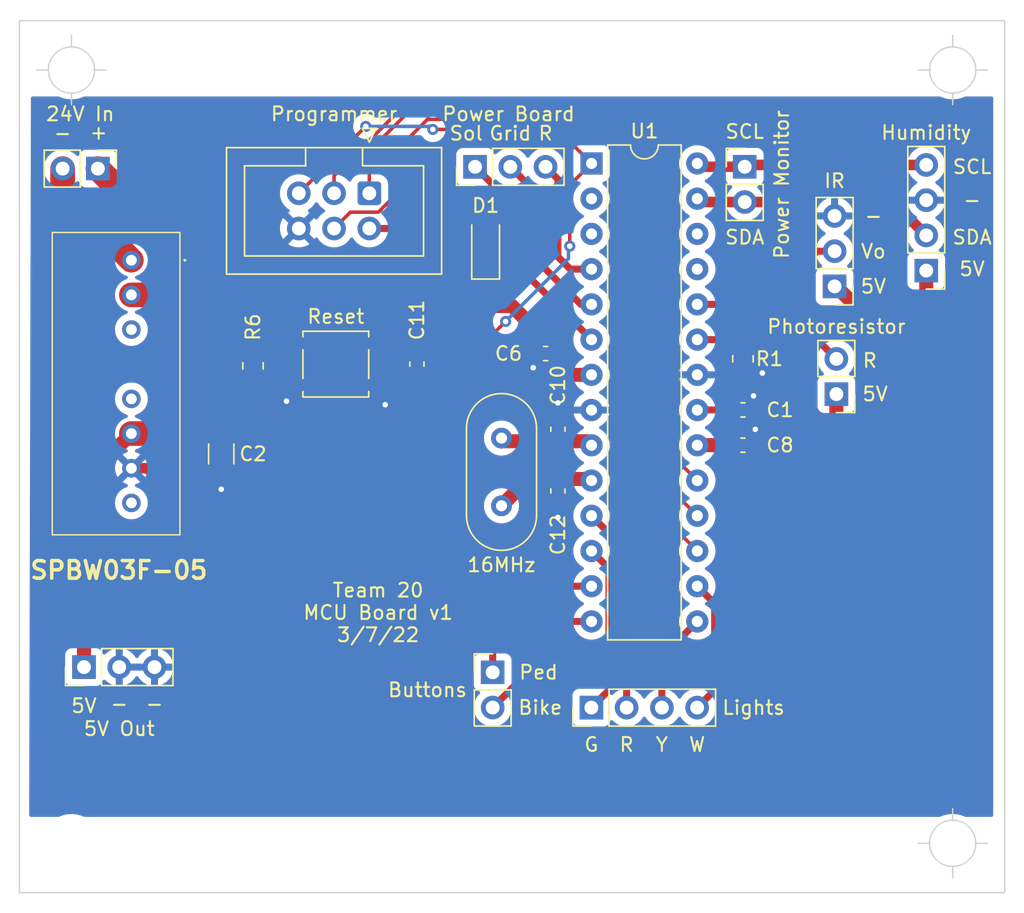
<source format=kicad_pcb>
(kicad_pcb (version 20211014) (generator pcbnew)
  (layers (0 "F.Cu" signal) (31 "B.Cu" signal) (34 "B.Paste" user) (35 "F.Paste" user) (36 "B.SilkS" user "B.Silkscreen") (37 "F.SilkS" user "F.Silkscreen") (38 "B.Mask" user) (39 "F.Mask" user) (44 "Edge.Cuts" user))
  (net 0 "")
  (net 1 "Net-(C1-Pad1)")
  (net 2 "GND1")
  (net 3 "+5V")
  (net 4 "MCU_XTAL1")
  (net 5 "MCU_N_RESET")
  (net 6 "MCU_XTAL2")
  (net 7 "Pedestrian")
  (net 8 "Bike")
  (net 9 "SDA")
  (net 10 "SCL")
  (net 11 "Vo")
  (net 12 "Photoresistor")
  (net 13 "+24V")
  (net 14 "GND")
  (net 15 "MCU_MISO")
  (net 16 "MCU_SCK")
  (net 17 "MCU_MOSI")
  (net 18 "Solar")
  (net 19 "Grid")
  (net 20 "Resistor")
  (net 21 "Red")
  (net 22 "Green")
  (net 23 "Yellow")
  (net 24 "Walk_Light")
  (net 32 "Net-(D1-Pad2)")
  (footprint "Connector_PinHeader_2.54mm:PinHeader_1x02_P2.54mm_Vertical" (layer "F.Cu") (at 241.808 93.081)
    (fp_text reference "J4" hide)
    (fp_text value "Power Monitor" (at 2.667 1.275 90) (layer "F.SilkS"))
    (fp_text user "SDA" (at 0 5.085 unlocked) (layer "F.SilkS"))
    (fp_text user "SCL" (at 0 -2.535 unlocked) (layer "F.SilkS"))
    (fp_line (start 1.33 1.27) (end 1.33 3.87) (layer "F.SilkS") (width 0.12))
    (fp_line (start -1.33 3.87) (end 1.33 3.87) (layer "F.SilkS") (width 0.12))
    (fp_line (start -1.33 0) (end -1.33 -1.33) (layer "F.SilkS") (width 0.12))
    (fp_line (start -1.33 -1.33) (end 0 -1.33) (layer "F.SilkS") (width 0.12))
    (fp_line (start -1.33 1.27) (end -1.33 3.87) (layer "F.SilkS") (width 0.12))
    (fp_line (start -1.33 1.27) (end 1.33 1.27) (layer "F.SilkS") (width 0.12))
    (pad "1" thru_hole rect (at 0 0) (size 1.7 1.7) (drill 1) (layers *.Cu *.Mask) (net 10 "SCL"))
    (pad "2" thru_hole oval (at 0 2.54) (size 1.7 1.7) (drill 1) (layers *.Cu *.Mask) (net 9 "SDA"))
  )
  (footprint "Connector_PinHeader_2.54mm:PinHeader_1x02_P2.54mm_Vertical" (layer "F.Cu") (at 195.199 93.213 -90)
    (fp_text reference "J6" hide)
    (fp_text value "24V In" (at -3.937 1.27 180) (layer "F.SilkS"))
    (fp_text user "-" (at -2.413 2.54 180 unlocked) (layer "F.SilkS"))
    (fp_text user "+" (at -2.54 -0.127 -90 unlocked) (layer "F.SilkS"))
    (fp_line (start -1.33 0) (end -1.33 -1.33) (layer "F.SilkS") (width 0.12))
    (fp_line (start -1.33 1.27) (end 1.33 1.27) (layer "F.SilkS") (width 0.12))
    (fp_line (start 1.33 1.27) (end 1.33 3.87) (layer "F.SilkS") (width 0.12))
    (fp_line (start -1.33 -1.33) (end 0 -1.33) (layer "F.SilkS") (width 0.12))
    (fp_line (start -1.33 3.87) (end 1.33 3.87) (layer "F.SilkS") (width 0.12))
    (fp_line (start -1.33 1.27) (end -1.33 3.87) (layer "F.SilkS") (width 0.12))
    (pad "1" thru_hole rect (at 0 0 270) (size 1.7 1.7) (drill 1) (layers *.Cu *.Mask) (net 13 "+24V"))
    (pad "2" thru_hole oval (at 0 2.54 270) (size 1.7 1.7) (drill 1) (layers *.Cu *.Mask) (net 14 "GND"))
  )
  (footprint "SamacSys_Parts:SPBW06F05" (layer "F.Cu") (at 197.612 99.817 -90)
    (fp_text reference "PS1" hide)
    (fp_text value "SPBW03F-05" (at 22.352 0.9 180) (layer "F.SilkS") (effects (font (size 1.27 1.27) (thickness 0.254))))
    (fp_line (start 19.8 -3.5) (end 19.8 5.7) (layer "F.SilkS") (width 0.1))
    (fp_line (start 0 -3.8) (end 0 -3.8) (layer "F.SilkS") (width 0.1))
    (fp_line (start 0 -3.9) (end 0 -3.9) (layer "F.SilkS") (width 0.1))
    (fp_line (start -2 5.7) (end -2 -3.5) (layer "F.SilkS") (width 0.1))
    (fp_line (start 19.8 5.7) (end -2 5.7) (layer "F.SilkS") (width 0.1))
    (fp_line (start -2 -3.5) (end 19.8 -3.5) (layer "F.SilkS") (width 0.1))
    (fp_arc (start 0 -3.8) (mid -0.05 -3.85) (end 0 -3.9) (layer "F.SilkS") (width 0.1))
    (fp_arc (start 0 -3.9) (mid 0.05 -3.85) (end 0 -3.8) (layer "F.SilkS") (width 0.1))
    (pad "1" thru_hole circle locked (at 0 0 270) (size 1.337 1.337) (drill 0.78) (layers *.Cu *.Mask) (net 14 "GND"))
    (pad "2" thru_hole circle locked (at 2.5 0 270) (size 1.337 1.337) (drill 0.78) (layers *.Cu *.Mask) (net 13 "+24V"))
    (pad "3" thru_hole circle locked (at 5 0 270) (size 1.337 1.337) (drill 0.78) (layers *.Cu *.Mask))
    (pad "5" thru_hole circle locked (at 10 0 270) (size 1.337 1.337) (drill 0.78) (layers *.Cu *.Mask))
    (pad "6" thru_hole circle locked (at 12.5 0 270) (size 1.337 1.337) (drill 0.78) (layers *.Cu *.Mask) (net 3 "+5V"))
    (pad "7" thru_hole circle locked (at 15 0 270) (size 1.337 1.337) (drill 0.78) (layers *.Cu *.Mask) (net 2 "GND1"))
    (pad "8" thru_hole circle locked (at 17.5 0 270) (size 1.337 1.337) (drill 0.78) (layers *.Cu *.Mask))
  )
  (footprint "MountingHole:MountingHole_3.2mm_M3" (layer "F.Cu") (at 256.794 141.859)
    (fp_text reference "H4")
    (fp_text value "MountingHole")
    (pad "" np_thru_hole circle (at 0 0) (size 3.2 3.2) (drill 3.2) (layers *.Cu *.Mask))
  )
  (footprint "MountingHole:MountingHole_3.2mm_M3" (layer "F.Cu") (at 193.294 141.859)
    (fp_text reference "H2")
    (fp_text value "MountingHole")
    (pad "" np_thru_hole circle (at 0 0) (size 3.2 3.2) (drill 3.2) (layers *.Cu *.Mask))
  )
  (footprint "Capacitor_SMD:C_0603_1608Metric_Pad1.08x0.95mm_HandSolder" (layer "F.Cu") (at 228.346 112.009 90)
    (fp_text reference "C10" (at 3.175 0 90) (layer "F.SilkS"))
    (fp_text value "22pF")
    (fp_line (start -0.146267 -0.51) (end 0.146267 -0.51) (layer "F.SilkS") (width 0.12))
    (fp_line (start -0.146267 0.51) (end 0.146267 0.51) (layer "F.SilkS") (width 0.12))
    (pad "1" smd roundrect (at -0.8625 0 90) (size 1.075 0.95) (layers "F.Cu" "F.Paste" "F.Mask") (net 4 "MCU_XTAL1"))
    (pad "2" smd roundrect (at 0.8625 0 90) (size 1.075 0.95) (layers "F.Cu" "F.Paste" "F.Mask") (net 2 "GND1"))
  )
  (footprint "MountingHole:MountingHole_3.2mm_M3" (layer "F.Cu") (at 256.794 86.106)
    (fp_text reference "H3")
    (fp_text value "MountingHole")
    (pad "" np_thru_hole circle (at 0 0) (size 3.2 3.2) (drill 3.2) (layers *.Cu *.Mask))
  )
  (footprint "MountingHole:MountingHole_3.2mm_M3" (layer "F.Cu") (at 193.294 86.106)
    (fp_text reference "H1")
    (fp_text value "MountingHole")
    (pad "" np_thru_hole circle (at 0 0) (size 3.2 3.2) (drill 3.2) (layers *.Cu *.Mask))
  )
  (footprint "Capacitor_SMD:C_0603_1608Metric_Pad1.08x0.95mm_HandSolder" (layer "F.Cu") (at 228.346 116.454 -90)
    (fp_text reference "C12" (at 3.175 0 90) (layer "F.SilkS"))
    (fp_text value "22pF")
    (fp_line (start -0.146267 -0.51) (end 0.146267 -0.51) (layer "F.SilkS") (width 0.12))
    (fp_line (start -0.146267 0.51) (end 0.146267 0.51) (layer "F.SilkS") (width 0.12))
    (pad "1" smd roundrect (at -0.8625 0 270) (size 1.075 0.95) (layers "F.Cu" "F.Paste" "F.Mask") (net 6 "MCU_XTAL2"))
    (pad "2" smd roundrect (at 0.8625 0 270) (size 1.075 0.95) (layers "F.Cu" "F.Paste" "F.Mask") (net 2 "GND1"))
  )
  (footprint "Connector_IDC:IDC-Header_2x03_P2.54mm_Vertical" (layer "F.Cu") (at 214.757 94.991 -90)
    (fp_text reference "J8" hide)
    (fp_text value "Programmer" (at -5.715 2.54 180) (layer "F.SilkS"))
    (fp_line (start -1.98 8.99) (end -1.98 4.59) (layer "F.SilkS") (width 0.12))
    (fp_line (start 5.83 -5.21) (end 5.83 10.29) (layer "F.SilkS") (width 0.12))
    (fp_line (start 5.83 10.29) (end -3.29 10.29) (layer "F.SilkS") (width 0.12))
    (fp_line (start -1.98 -3.91) (end 4.52 -3.91) (layer "F.SilkS") (width 0.12))
    (fp_line (start -3.29 10.29) (end -3.29 -5.21) (layer "F.SilkS") (width 0.12))
    (fp_line (start -3.29 0.49) (end -1.98 0.49) (layer "F.SilkS") (width 0.12))
    (fp_line (start -3.68 0) (end -4.68 -0.5) (layer "F.SilkS") (width 0.12))
    (fp_line (start -3.29 -5.21) (end 5.83 -5.21) (layer "F.SilkS") (width 0.12))
    (fp_line (start -1.98 4.59) (end -1.98 4.59) (layer "F.SilkS") (width 0.12))
    (fp_line (start -4.68 -0.5) (end -4.68 0.5) (layer "F.SilkS") (width 0.12))
    (fp_line (start -1.98 0.49) (end -1.98 -3.91) (layer "F.SilkS") (width 0.12))
    (fp_line (start -4.68 0.5) (end -3.68 0) (layer "F.SilkS") (width 0.12))
    (fp_line (start -1.98 4.59) (end -3.29 4.59) (layer "F.SilkS") (width 0.12))
    (fp_line (start 4.52 -3.91) (end 4.52 8.99) (layer "F.SilkS") (width 0.12))
    (fp_line (start 4.52 8.99) (end -1.98 8.99) (layer "F.SilkS") (width 0.12))
    (pad "1" thru_hole roundrect (at 0 0 270) (size 1.7 1.7) (drill 1) (layers *.Cu *.Mask) (roundrect_rratio 0.1470588235) (net 15 "MCU_MISO"))
    (pad "2" thru_hole circle (at 2.54 0 270) (size 1.7 1.7) (drill 1) (layers *.Cu *.Mask) (net 32 "Net-(D1-Pad2)"))
    (pad "3" thru_hole circle (at 0 2.54 270) (size 1.7 1.7) (drill 1) (layers *.Cu *.Mask) (net 16 "MCU_SCK"))
    (pad "4" thru_hole circle (at 2.54 2.54 270) (size 1.7 1.7) (drill 1) (layers *.Cu *.Mask) (net 17 "MCU_MOSI"))
    (pad "5" thru_hole circle (at 0 5.08 270) (size 1.7 1.7) (drill 1) (layers *.Cu *.Mask) (net 5 "MCU_N_RESET"))
    (pad "6" thru_hole circle (at 2.54 5.08 270) (size 1.7 1.7) (drill 1) (layers *.Cu *.Mask) (net 2 "GND1"))
  )
  (footprint "Connector_PinHeader_2.54mm:PinHeader_1x03_P2.54mm_Vertical" (layer "F.Cu") (at 194.198 129.154 90)
    (fp_text reference "J7" hide)
    (fp_text value "5V Out" (at -4.445 2.54 180) (layer "F.SilkS"))
    (fp_text user "-" (at -2.794 5.08 180 unlocked) (layer "F.SilkS"))
    (fp_text user "-" (at -2.794 2.54 180 unlocked) (layer "F.SilkS"))
    (fp_text user "5V" (at -2.794 0 unlocked) (layer "F.SilkS"))
    (fp_line (start 1.33 1.27) (end 1.33 6.41) (layer "F.SilkS") (width 0.12))
    (fp_line (start -1.33 -1.33) (end 0 -1.33) (layer "F.SilkS") (width 0.12))
    (fp_line (start -1.33 6.41) (end 1.33 6.41) (layer "F.SilkS") (width 0.12))
    (fp_line (start -1.33 1.27) (end 1.33 1.27) (layer "F.SilkS") (width 0.12))
    (fp_line (start -1.33 0) (end -1.33 -1.33) (layer "F.SilkS") (width 0.12))
    (fp_line (start -1.33 1.27) (end -1.33 6.41) (layer "F.SilkS") (width 0.12))
    (pad "1" thru_hole rect (at 0 0 90) (size 1.7 1.7) (drill 1) (layers *.Cu *.Mask) (net 3 "+5V"))
    (pad "2" thru_hole oval (at 0 2.54 90) (size 1.7 1.7) (drill 1) (layers *.Cu *.Mask) (net 2 "GND1"))
    (pad "3" thru_hole oval (at 0 5.08 90) (size 1.7 1.7) (drill 1) (layers *.Cu *.Mask) (net 2 "GND1"))
  )
  (footprint "Button_Switch_SMD:SW_SPST_TL3305B" (layer "F.Cu") (at 212.344 107.31)
    (fp_text reference "SW1" hide)
    (fp_text value "Reset" (at 0 -3.429) (layer "F.SilkS"))
    (fp_line (start -2.37 2.37) (end 2.37 2.37) (layer "F.SilkS") (width 0.12))
    (fp_line (start -2.37 -2.37) (end 2.37 -2.37) (layer "F.SilkS") (width 0.12))
    (fp_line (start 2.37 2.37) (end 2.37 1.97) (layer "F.SilkS") (width 0.12))
    (fp_line (start -2.37 2.37) (end -2.37 1.97) (layer "F.SilkS") (width 0.12))
    (fp_line (start -2.37 1.03) (end -2.37 -1.03) (layer "F.SilkS") (width 0.12))
    (fp_line (start 2.37 -2.37) (end 2.37 -1.97) (layer "F.SilkS") (width 0.12))
    (fp_line (start 2.37 1.03) (end 2.37 -1.03) (layer "F.SilkS") (width 0.12))
    (fp_line (start -2.37 -2.37) (end -2.37 -1.97) (layer "F.SilkS") (width 0.12))
    (pad "1" smd rect (at 3.6 -1.5) (size 1.6 1.4) (layers "F.Cu" "F.Paste" "F.Mask") (net 5 "MCU_N_RESET"))
    (pad "1" smd rect (at -3.6 -1.5) (size 1.6 1.4) (layers "F.Cu" "F.Paste" "F.Mask") (net 5 "MCU_N_RESET"))
    (pad "2" smd rect (at -3.6 1.5) (size 1.6 1.4) (layers "F.Cu" "F.Paste" "F.Mask") (net 2 "GND1"))
    (pad "2" smd rect (at 3.6 1.5) (size 1.6 1.4) (layers "F.Cu" "F.Paste" "F.Mask") (net 2 "GND1"))
  )
  (footprint "Resistor_SMD:R_0805_2012Metric_Pad1.20x1.40mm_HandSolder" (layer "F.Cu") (at 206.375 107.437 90)
    (fp_text reference "R6" (at 2.794 0 90) (layer "F.SilkS"))
    (fp_text value "10k")
    (fp_line (start -0.227064 0.735) (end 0.227064 0.735) (layer "F.SilkS") (width 0.12))
    (fp_line (start -0.227064 -0.735) (end 0.227064 -0.735) (layer "F.SilkS") (width 0.12))
    (pad "1" smd roundrect (at -1 0 90) (size 1.2 1.4) (layers "F.Cu" "F.Paste" "F.Mask") (roundrect_rratio 0.2083333333) (net 3 "+5V"))
    (pad "2" smd roundrect (at 1 0 90) (size 1.2 1.4) (layers "F.Cu" "F.Paste" "F.Mask") (roundrect_rratio 0.2083333333) (net 5 "MCU_N_RESET"))
  )
  (footprint "Capacitor_SMD:C_0603_1608Metric_Pad1.08x0.95mm_HandSolder" (layer "F.Cu") (at 218.186 107.31 -90)
    (fp_text reference "C11" (at -3.175 0 90) (layer "F.SilkS"))
    (fp_text value "10uF")
    (fp_line (start -0.146267 -0.51) (end 0.146267 -0.51) (layer "F.SilkS") (width 0.12))
    (fp_line (start -0.146267 0.51) (end 0.146267 0.51) (layer "F.SilkS") (width 0.12))
    (pad "1" smd roundrect (at -0.8625 0 270) (size 1.075 0.95) (layers "F.Cu" "F.Paste" "F.Mask") (net 5 "MCU_N_RESET"))
    (pad "2" smd roundrect (at 0.8625 0 270) (size 1.075 0.95) (layers "F.Cu" "F.Paste" "F.Mask") (net 2 "GND1"))
  )
  (footprint "Crystal:Crystal_HC49-U_Vertical" (layer "F.Cu") (at 224.282 112.644 -90)
    (fp_text reference "Y1" hide)
    (fp_text value "16MHz" (at 9.144 0 180) (layer "F.SilkS"))
    (fp_line (start -0.685 -2.525) (end 5.565 -2.525) (layer "F.SilkS") (width 0.12))
    (fp_line (start -0.685 2.525) (end 5.565 2.525) (layer "F.SilkS") (width 0.12))
    (fp_arc (start 5.565 -2.525) (mid 8.09 0) (end 5.565 2.525) (layer "F.SilkS") (width 0.12))
    (fp_arc (start -0.685 2.525) (mid -3.21 0) (end -0.685 -2.525) (layer "F.SilkS") (width 0.12))
    (pad "1" thru_hole circle (at 0 0 270) (size 1.5 1.5) (drill 0.8) (layers *.Cu *.Mask) (net 4 "MCU_XTAL1"))
    (pad "2" thru_hole circle (at 4.88 0 270) (size 1.5 1.5) (drill 0.8) (layers *.Cu *.Mask) (net 6 "MCU_XTAL2"))
  )
  (footprint "Connector_PinHeader_2.54mm:PinHeader_1x04_P2.54mm_Vertical" (layer "F.Cu") (at 254.889 100.569 180)
    (fp_text reference "J2" hide)
    (fp_text value "Humidity" (at 0 9.95) (layer "F.SilkS"))
    (fp_text user "SDA" (at -3.302 2.403 unlocked) (layer "F.SilkS"))
    (fp_text user "5V" (at -3.302 0.117 unlocked) (layer "F.SilkS"))
    (fp_text user "-" (at -3.302 4.943 180 unlocked) (layer "F.SilkS"))
    (fp_text user "SCL" (at -3.302 7.483 unlocked) (layer "F.SilkS"))
    (fp_line (start -1.33 8.95) (end 1.33 8.95) (layer "F.SilkS") (width 0.12))
    (fp_line (start -1.33 1.27) (end -1.33 8.95) (layer "F.SilkS") (width 0.12))
    (fp_line (start -1.33 1.27) (end 1.33 1.27) (layer "F.SilkS") (width 0.12))
    (fp_line (start -1.33 0) (end -1.33 -1.33) (layer "F.SilkS") (width 0.12))
    (fp_line (start 1.33 1.27) (end 1.33 8.95) (layer "F.SilkS") (width 0.12))
    (fp_line (start -1.33 -1.33) (end 0 -1.33) (layer "F.SilkS") (width 0.12))
    (pad "1" thru_hole rect (at 0 0 180) (size 1.7 1.7) (drill 1) (layers *.Cu *.Mask) (net 3 "+5V"))
    (pad "2" thru_hole oval (at 0 2.54 180) (size 1.7 1.7) (drill 1) (layers *.Cu *.Mask) (net 9 "SDA"))
    (pad "3" thru_hole oval (at 0 5.08 180) (size 1.7 1.7) (drill 1) (layers *.Cu *.Mask) (net 2 "GND1"))
    (pad "4" thru_hole oval (at 0 7.62 180) (size 1.7 1.7) (drill 1) (layers *.Cu *.Mask) (net 10 "SCL"))
  )
  (footprint "Resistor_SMD:R_0805_2012Metric_Pad1.20x1.40mm_HandSolder" (layer "F.Cu") (at 241.681 106.929 -90)
    (fp_text reference "R1" (at 0 -1.905) (layer "F.SilkS"))
    (fp_text value "10k")
    (fp_line (start -0.227064 0.735) (end 0.227064 0.735) (layer "F.SilkS") (width 0.12))
    (fp_line (start -0.227064 -0.735) (end 0.227064 -0.735) (layer "F.SilkS") (width 0.12))
    (pad "1" smd roundrect (at -1 0 270) (size 1.2 1.4) (layers "F.Cu" "F.Paste" "F.Mask") (roundrect_rratio 0.2083333333) (net 12 "Photoresistor"))
    (pad "2" smd roundrect (at 1 0 270) (size 1.2 1.4) (layers "F.Cu" "F.Paste" "F.Mask") (roundrect_rratio 0.2083333333) (net 2 "GND1"))
  )
  (footprint "Connector_PinHeader_2.54mm:PinHeader_1x02_P2.54mm_Vertical" (layer "F.Cu") (at 223.647 129.53)
    (fp_text reference "J1" hide)
    (fp_text value "Buttons" (at -4.699 1.27) (layer "F.SilkS"))
    (fp_text user "Bike" (at 3.429 2.54 unlocked) (layer "F.SilkS"))
    (fp_text user "Ped" (at 3.302 0 unlocked) (layer "F.SilkS"))
    (fp_line (start -1.33 -1.33) (end 0 -1.33) (layer "F.SilkS") (width 0.12))
    (fp_line (start -1.33 1.27) (end 1.33 1.27) (layer "F.SilkS") (width 0.12))
    (fp_line (start -1.33 1.27) (end -1.33 3.87) (layer "F.SilkS") (width 0.12))
    (fp_line (start -1.33 3.87) (end 1.33 3.87) (layer "F.SilkS") (width 0.12))
    (fp_line (start -1.33 0) (end -1.33 -1.33) (layer "F.SilkS") (width 0.12))
    (fp_line (start 1.33 1.27) (end 1.33 3.87) (layer "F.SilkS") (width 0.12))
    (pad "1" thru_hole rect (at 0 0) (size 1.7 1.7) (drill 1) (layers *.Cu *.Mask) (net 7 "Pedestrian"))
    (pad "2" thru_hole oval (at 0 2.54) (size 1.7 1.7) (drill 1) (layers *.Cu *.Mask) (net 8 "Bike"))
  )
  (footprint "Connector_PinHeader_2.54mm:PinHeader_1x02_P2.54mm_Vertical" (layer "F.Cu") (at 248.412 109.474 180)
    (fp_text reference "J5" hide)
    (fp_text value "Photoresistor" (at 0 4.87) (layer "F.SilkS"))
    (fp_text user "5V" (at -2.794 0.005 unlocked) (layer "F.SilkS"))
    (fp_text user "R" (at -2.413 2.418 unlocked) (layer "F.SilkS"))
    (fp_line (start -1.33 3.87) (end 1.33 3.87) (layer "F.SilkS") (width 0.12))
    (fp_line (start -1.33 -1.33) (end 0 -1.33) (layer "F.SilkS") (width 0.12))
    (fp_line (start -1.33 1.27) (end 1.33 1.27) (layer "F.SilkS") (width 0.12))
    (fp_line (start -1.33 1.27) (end -1.33 3.87) (layer "F.SilkS") (width 0.12))
    (fp_line (start -1.33 0) (end -1.33 -1.33) (layer "F.SilkS") (width 0.12))
    (fp_line (start 1.33 1.27) (end 1.33 3.87) (layer "F.SilkS") (width 0.12))
    (pad "1" thru_hole rect (at 0 0 180) (size 1.7 1.7) (drill 1) (layers *.Cu *.Mask) (net 3 "+5V"))
    (pad "2" thru_hole oval (at 0 2.54 180) (size 1.7 1.7) (drill 1) (layers *.Cu *.Mask) (net 12 "Photoresistor"))
  )
  (footprint "Capacitor_SMD:C_1206_3216Metric_Pad1.33x1.80mm_HandSolder" (layer "F.Cu") (at 204.089 113.787 -90)
    (fp_text reference "C2" (at 0 -2.286 180) (layer "F.SilkS"))
    (fp_text value "100uF")
    (fp_line (start -0.711252 0.91) (end 0.711252 0.91) (layer "F.SilkS") (width 0.12))
    (fp_line (start -0.711252 -0.91) (end 0.711252 -0.91) (layer "F.SilkS") (width 0.12))
    (pad "1" smd roundrect (at -1.5625 0 270) (size 1.325 1.8) (layers "F.Cu" "F.Paste" "F.Mask") (roundrect_rratio 0.1886792453) (net 3 "+5V"))
    (pad "2" smd roundrect (at 1.5625 0 270) (size 1.325 1.8) (layers "F.Cu" "F.Paste" "F.Mask") (roundrect_rratio 0.1886792453) (net 2 "GND1"))
  )
  (footprint "Package_DIP:DIP-28_W7.62mm" (layer "F.Cu") (at 230.769 92.842)
    (fp_text reference "U1" (at 3.81 -2.33) (layer "F.SilkS"))
    (fp_text value "ATmega328-P")
    (fp_line (start 6.46 34.35) (end 6.46 -1.33) (layer "F.SilkS") (width 0.12))
    (fp_line (start 1.16 34.35) (end 6.46 34.35) (layer "F.SilkS") (width 0.12))
    (fp_line (start 6.46 -1.33) (end 4.81 -1.33) (layer "F.SilkS") (width 0.12))
    (fp_line (start 1.16 -1.33) (end 1.16 34.35) (layer "F.SilkS") (width 0.12))
    (fp_line (start 2.81 -1.33) (end 1.16 -1.33) (layer "F.SilkS") (width 0.12))
    (fp_arc (start 4.81 -1.33) (mid 3.81 -0.33) (end 2.81 -1.33) (layer "F.SilkS") (width 0.12))
    (pad "1" thru_hole rect (at 0 0) (size 1.6 1.6) (drill 0.8) (layers *.Cu *.Mask) (net 5 "MCU_N_RESET"))
    (pad "2" thru_hole oval (at 0 2.54) (size 1.6 1.6) (drill 0.8) (layers *.Cu *.Mask))
    (pad "3" thru_hole oval (at 0 5.08) (size 1.6 1.6) (drill 0.8) (layers *.Cu *.Mask))
    (pad "4" thru_hole oval (at 0 7.62) (size 1.6 1.6) (drill 0.8) (layers *.Cu *.Mask) (net 18 "Solar"))
    (pad "5" thru_hole oval (at 0 10.16) (size 1.6 1.6) (drill 0.8) (layers *.Cu *.Mask) (net 19 "Grid"))
    (pad "6" thru_hole oval (at 0 12.7) (size 1.6 1.6) (drill 0.8) (layers *.Cu *.Mask) (net 20 "Resistor"))
    (pad "7" thru_hole oval (at 0 15.24) (size 1.6 1.6) (drill 0.8) (layers *.Cu *.Mask) (net 3 "+5V"))
    (pad "8" thru_hole oval (at 0 17.78) (size 1.6 1.6) (drill 0.8) (layers *.Cu *.Mask) (net 2 "GND1"))
    (pad "9" thru_hole oval (at 0 20.32) (size 1.6 1.6) (drill 0.8) (layers *.Cu *.Mask) (net 4 "MCU_XTAL1"))
    (pad "10" thru_hole oval (at 0 22.86) (size 1.6 1.6) (drill 0.8) (layers *.Cu *.Mask) (net 6 "MCU_XTAL2"))
    (pad "11" thru_hole oval (at 0 25.4) (size 1.6 1.6) (drill 0.8) (layers *.Cu *.Mask) (net 21 "Red"))
    (pad "12" thru_hole oval (at 0 27.94) (size 1.6 1.6) (drill 0.8) (layers *.Cu *.Mask) (net 22 "Green"))
    (pad "13" thru_hole oval (at 0 30.48) (size 1.6 1.6) (drill 0.8) (layers *.Cu *.Mask) (net 7 "Pedestrian"))
    (pad "14" thru_hole oval (at 0 33.02) (size 1.6 1.6) (drill 0.8) (layers *.Cu *.Mask) (net 8 "Bike"))
    (pad "15" thru_hole oval (at 7.62 33.02) (size 1.6 1.6) (drill 0.8) (layers *.Cu *.Mask) (net 23 "Yellow"))
    (pad "16" thru_hole oval (at 7.62 30.48) (size 1.6 1.6) (drill 0.8) (layers *.Cu *.Mask) (net 24 "Walk_Light"))
    (pad "17" thru_hole oval (at 7.62 27.94) (size 1.6 1.6) (drill 0.8) (layers *.Cu *.Mask) (net 17 "MCU_MOSI"))
    (pad "18" thru_hole oval (at 7.62 25.4) (size 1.6 1.6) (drill 0.8) (layers *.Cu *.Mask) (net 15 "MCU_MISO"))
    (pad "19" thru_hole oval (at 7.62 22.86) (size 1.6 1.6) (drill 0.8) (layers *.Cu *.Mask) (net 16 "MCU_SCK"))
    (pad "20" thru_hole oval (at 7.62 20.32) (size 1.6 1.6) (drill 0.8) (layers *.Cu *.Mask) (net 3 "+5V"))
    (pad "21" thru_hole oval (at 7.62 17.78) (size 1.6 1.6) (drill 0.8) (layers *.Cu *.Mask) (net 1 "Net-(C1-Pad1)"))
    (pad "22" thru_hole oval (at 7.62 15.24) (size 1.6 1.6) (drill 0.8) (layers *.Cu *.Mask) (net 2 "GND1"))
    (pad "23" thru_hole oval (at 7.62 12.7) (size 1.6 1.6) (drill 0.8) (layers *.Cu *.Mask) (net 12 "Photoresistor"))
    (pad "24" thru_hole oval (at 7.62 10.16) (size 1.6 1.6) (drill 0.8) (layers *.Cu *.Mask) (net 11 "Vo"))
    (pad "25" thru_hole oval (at 7.62 7.62) (size 1.6 1.6) (drill 0.8) (layers *.Cu *.Mask))
    (pad "26" thru_hole oval (at 7.62 5.08) (size 1.6 1.6) (drill 0.8) (layers *.Cu *.Mask))
    (pad "27" thru_hole oval (at 7.62 2.54) (size 1.6 1.6) (drill 0.8) (layers *.Cu *.Mask) (net 9 "SDA"))
    (pad "28" thru_hole oval (at 7.62 0) (size 1.6 1.6) (drill 0.8) (layers *.Cu *.Mask) (net 10 "SCL"))
  )
  (footprint "Connector_PinHeader_2.54mm:PinHeader_1x03_P2.54mm_Vertical" (layer "F.Cu") (at 248.285 101.707 180)
    (fp_text reference "J3" hide)
    (fp_text value "IR" (at 0 7.605) (layer "F.SilkS"))
    (fp_text user "-" (at -2.794 4.938 180 unlocked) (layer "F.SilkS"))
    (fp_text user "Vo" (at -2.794 2.525 unlocked) (layer "F.SilkS"))
    (fp_text user "5V" (at -2.794 0 unlocked) (layer "F.SilkS"))
    (fp_line (start -1.33 6.41) (end 1.33 6.41) (layer "F.SilkS") (width 0.12))
    (fp_line (start -1.33 1.27) (end 1.33 1.27) (layer "F.SilkS") (width 0.12))
    (fp_line (start -1.33 1.27) (end -1.33 6.41) (layer "F.SilkS") (width 0.12))
    (fp_line (start -1.33 0) (end -1.33 -1.33) (layer "F.SilkS") (width 0.12))
    (fp_line (start -1.33 -1.33) (end 0 -1.33) (layer "F.SilkS") (width 0.12))
    (fp_line (start 1.33 1.27) (end 1.33 6.41) (layer "F.SilkS") (width 0.12))
    (pad "1" thru_hole rect (at 0 0 180) (size 1.7 1.7) (drill 1) (layers *.Cu *.Mask) (net 3 "+5V"))
    (pad "2" thru_hole oval (at 0 2.54 180) (size 1.7 1.7) (drill 1) (layers *.Cu *.Mask) (net 11 "Vo"))
    (pad "3" thru_hole oval (at 0 5.08 180) (size 1.7 1.7) (drill 1) (layers *.Cu *.Mask) (net 2 "GND1"))
  )
  (footprint "Capacitor_SMD:C_0603_1608Metric_Pad1.08x0.95mm_HandSolder" (layer "F.Cu") (at 241.681 110.612)
    (fp_text reference "C1" (at 2.667 0) (layer "F.SilkS"))
    (fp_text value "0.1uF")
    (fp_line (start -0.146267 -0.51) (end 0.146267 -0.51) (layer "F.SilkS") (width 0.12))
    (fp_line (start -0.146267 0.51) (end 0.146267 0.51) (layer "F.SilkS") (width 0.12))
    (pad "1" smd roundrect (at -0.8625 0) (size 1.075 0.95) (layers "F.Cu" "F.Paste" "F.Mask") (net 1 "Net-(C1-Pad1)"))
    (pad "2" smd roundrect (at 0.8625 0) (size 1.075 0.95) (layers "F.Cu" "F.Paste" "F.Mask") (net 2 "GND1"))
  )
  (footprint "Capacitor_SMD:C_0603_1608Metric_Pad1.08x0.95mm_HandSolder" (layer "F.Cu") (at 241.681 113.152)
    (fp_text reference "C8" (at 2.667 0) (layer "F.SilkS"))
    (fp_text value "0.1uF")
    (fp_line (start -0.146267 -0.51) (end 0.146267 -0.51) (layer "F.SilkS") (width 0.12))
    (fp_line (start -0.146267 0.51) (end 0.146267 0.51) (layer "F.SilkS") (width 0.12))
    (pad "1" smd roundrect (at -0.8625 0) (size 1.075 0.95) (layers "F.Cu" "F.Paste" "F.Mask") (net 3 "+5V"))
    (pad "2" smd roundrect (at 0.8625 0) (size 1.075 0.95) (layers "F.Cu" "F.Paste" "F.Mask") (net 2 "GND1"))
  )
  (footprint "Connector_PinHeader_2.54mm:PinHeader_1x04_P2.54mm_Vertical" (layer "F.Cu") (at 230.759 132.075 90)
    (fp_text reference "J10" hide)
    (fp_text value "Lights" (at 0 11.684 180) (layer "F.SilkS"))
    (fp_text user "G" (at -2.667 0 unlocked) (layer "F.SilkS"))
    (fp_text user "R" (at -2.667 2.54 unlocked) (layer "F.SilkS"))
    (fp_text user "Y" (at -2.667 5.08 unlocked) (layer "F.SilkS"))
    (fp_text user "W" (at -2.667 7.62 unlocked) (layer "F.SilkS"))
    (fp_line (start -1.33 8.95) (end 1.33 8.95) (layer "F.SilkS") (width 0.12))
    (fp_line (start 1.33 1.27) (end 1.33 8.95) (layer "F.SilkS") (width 0.12))
    (fp_line (start -1.33 1.27) (end 1.33 1.27) (layer "F.SilkS") (width 0.12))
    (fp_line (start -1.33 1.27) (end -1.33 8.95) (layer "F.SilkS") (width 0.12))
    (fp_line (start -1.33 -1.33) (end 0 -1.33) (layer "F.SilkS") (width 0.12))
    (fp_line (start -1.33 0) (end -1.33 -1.33) (layer "F.SilkS") (width 0.12))
    (pad "1" thru_hole rect (at 0 0 90) (size 1.7 1.7) (drill 1) (layers *.Cu *.Mask) (net 22 "Green"))
    (pad "2" thru_hole oval (at 0 2.54 90) (size 1.7 1.7) (drill 1) (layers *.Cu *.Mask) (net 21 "Red"))
    (pad "3" thru_hole oval (at 0 5.08 90) (size 1.7 1.7) (drill 1) (layers *.Cu *.Mask) (net 23 "Yellow"))
    (pad "4" thru_hole oval (at 0 7.62 90) (size 1.7 1.7) (drill 1) (layers *.Cu *.Mask) (net 24 "Walk_Light"))
  )
  (footprint "Connector_PinHeader_2.54mm:PinHeader_1x03_P2.54mm_Vertical" (layer "F.Cu") (at 222.377 93.086 90)
    (fp_text reference "J9" hide)
    (fp_text value "Power Board" (at 3.81 2.413 180) (layer "F.SilkS"))
    (fp_text user "Grid" (at 2.413 2.54 unlocked) (layer "F.SilkS"))
    (fp_text user "R" (at 2.413 5.08 unlocked) (layer "F.SilkS"))
    (fp_text user "Sol" (at 2.413 -0.635 unlocked) (layer "F.SilkS"))
    (fp_line (start -1.33 1.27) (end 1.33 1.27) (layer "F.SilkS") (width 0.12))
    (fp_line (start -1.33 0) (end -1.33 -1.33) (layer "F.SilkS") (width 0.12))
    (fp_line (start -1.33 -1.33) (end 0 -1.33) (layer "F.SilkS") (width 0.12))
    (fp_line (start 1.33 1.27) (end 1.33 6.41) (layer "F.SilkS") (width 0.12))
    (fp_line (start -1.33 1.27) (end -1.33 6.41) (layer "F.SilkS") (width 0.12))
    (fp_line (start -1.33 6.41) (end 1.33 6.41) (layer "F.SilkS") (width 0.12))
    (pad "1" thru_hole rect (at 0 0 90) (size 1.7 1.7) (drill 1) (layers *.Cu *.Mask) (net 20 "Resistor"))
    (pad "2" thru_hole oval (at 0 2.54 90) (size 1.7 1.7) (drill 1) (layers *.Cu *.Mask) (net 19 "Grid"))
    (pad "3" thru_hole oval (at 0 5.08 90) (size 1.7 1.7) (drill 1) (layers *.Cu *.Mask) (net 18 "Solar"))
  )
  (footprint "Diode_SMD:D_SOD-123" (layer "F.Cu") (at 223.139 98.928 90)
    (fp_text reference "D1" (at 3.048 0 180) (layer "F.SilkS"))
    (fp_text value "SBR80520")
    (fp_line (start -2.25 -1) (end 1.65 -1) (layer "F.SilkS") (width 0.12))
    (fp_line (start -2.25 -1) (end -2.25 1) (layer "F.SilkS") (width 0.12))
    (fp_line (start -2.25 1) (end 1.65 1) (layer "F.SilkS") (width 0.12))
    (pad "1" smd rect (at -1.65 0 90) (size 0.9 1.2) (layers "F.Cu" "F.Paste" "F.Mask") (net 3 "+5V"))
    (pad "2" smd rect (at 1.65 0 90) (size 0.9 1.2) (layers "F.Cu" "F.Paste" "F.Mask") (net 32 "Net-(D1-Pad2)"))
  )
  (footprint "Capacitor_SMD:C_0603_1608Metric_Pad1.08x0.95mm_HandSolder" (layer "F.Cu") (at 227.457 106.548 180)
    (fp_text reference "C6" (at 2.667 0) (layer "F.SilkS"))
    (fp_text value "0.1uF")
    (fp_line (start -0.146267 -0.51) (end 0.146267 -0.51) (layer "F.SilkS") (width 0.12))
    (fp_line (start -0.146267 0.51) (end 0.146267 0.51) (layer "F.SilkS") (width 0.12))
    (pad "1" smd roundrect (at -0.8625 0 180) (size 1.075 0.95) (layers "F.Cu" "F.Paste" "F.Mask") (net 3 "+5V"))
    (pad "2" smd roundrect (at 0.8625 0 180) (size 1.075 0.95) (layers "F.Cu" "F.Paste" "F.Mask") (net 2 "GND1"))
  )
  (gr_rect (start 189.5475 82.55) (end 260.5405 145.415) (layer "Edge.Cuts") (width 0.1) (fill none))
  (gr_text "Team 20\nMCU Board v1\n3/7/22" (at 215.392 125.222) (layer "F.SilkS") (effects (font (size 1 1))))
  (target plus (at 256.794 141.859) (size 5) (width 0.1) (layer "Edge.Cuts"))
  (target plus (at 193.294 86.106) (size 5) (width 0.1) (layer "Edge.Cuts"))
  (target plus (at 256.794 86.106) (size 5) (width 0.1) (layer "Edge.Cuts"))
  (segment (start 240.8185 110.612) (end 238.399 110.612) (width 0.508) (layer "F.Cu") (net 1))
  (segment (start 238.399 110.612) (end 238.389 110.622) (width 0.508) (layer "F.Cu") (net 1))
  (segment (start 215.944 108.81) (end 215.944 110.192) (width 0.254) (layer "F.Cu") (net 2))
  (segment (start 215.944 110.192) (end 215.9 110.236) (width 0.254) (layer "F.Cu") (net 2))
  (segment (start 199.2965 115.3495) (end 204.089 115.3495) (width 0.762) (layer "F.Cu") (net 2))
  (segment (start 204.089 115.3495) (end 204.089 116.332) (width 0.762) (layer "F.Cu") (net 2))
  (segment (start 228.346 111.1465) (end 228.346 110.109) (width 0.762) (layer "F.Cu") (net 2))
  (segment (start 243.057 107.929) (end 243.078 107.95) (width 0.762) (layer "F.Cu") (net 2))
  (segment (start 208.744 108.81) (end 208.744 109.938) (width 0.762) (layer "F.Cu") (net 2))
  (segment (start 242.5435 113.152) (end 242.5435 112.0405) (width 0.762) (layer "F.Cu") (net 2))
  (segment (start 226.5945 107.5425) (end 226.568 107.569) (width 0.762) (layer "F.Cu") (net 2))
  (segment (start 217.5485 108.81) (end 218.186 108.1725) (width 0.254) (layer "F.Cu") (net 2))
  (segment (start 226.5945 106.548) (end 226.5945 107.5425) (width 0.762) (layer "F.Cu") (net 2))
  (segment (start 198.764 114.817) (end 199.2965 115.3495) (width 0.762) (layer "F.Cu") (net 2))
  (segment (start 242.5435 109.7015) (end 242.443 109.601) (width 0.762) (layer "F.Cu") (net 2))
  (segment (start 208.744 109.938) (end 208.788 109.982) (width 0.762) (layer "F.Cu") (net 2))
  (segment (start 242.5435 112.0405) (end 242.57 112.014) (width 0.762) (layer "F.Cu") (net 2))
  (segment (start 215.944 108.81) (end 217.5485 108.81) (width 0.254) (layer "F.Cu") (net 2))
  (segment (start 242.5435 110.612) (end 242.5435 109.7015) (width 0.762) (layer "F.Cu") (net 2))
  (segment (start 197.612 114.817) (end 198.764 114.817) (width 0.762) (layer "F.Cu") (net 2))
  (segment (start 241.681 107.929) (end 243.057 107.929) (width 0.762) (layer "F.Cu") (net 2))
  (segment (start 228.346 117.3165) (end 228.346 118.364) (width 0.762) (layer "F.Cu") (net 2))
  (via (at 242.57 112.014) (size 0.8) (drill 0.4) (layers "F.Cu" "B.Cu") (net 2))
  (via (at 215.9 110.236) (size 0.8) (drill 0.4) (layers "F.Cu" "B.Cu") (net 2))
  (via (at 226.568 107.569) (size 0.8) (drill 0.4) (layers "F.Cu" "B.Cu") (net 2))
  (via (at 228.346 110.109) (size 0.8) (drill 0.4) (layers "F.Cu" "B.Cu") (net 2))
  (via (at 204.089 116.332) (size 0.8) (drill 0.4) (layers "F.Cu" "B.Cu") (net 2))
  (via (at 228.346 118.364) (size 0.8) (drill 0.4) (layers "F.Cu" "B.Cu") (net 2))
  (via (at 242.443 109.601) (size 0.8) (drill 0.4) (layers "F.Cu" "B.Cu") (net 2))
  (via (at 243.078 107.95) (size 0.8) (drill 0.4) (layers "F.Cu" "B.Cu") (net 2))
  (via (at 208.788 109.982) (size 0.8) (drill 0.4) (layers "F.Cu" "B.Cu") (net 2))
  (segment (start 244.094 118.491) (end 240.8185 115.2155) (width 1.016) (layer "F.Cu") (net 3))
  (segment (start 254.889 108.204) (end 254.889 100.569) (width 1.016) (layer "F.Cu") (net 3))
  (segment (start 254.889 117.602) (end 254.889 108.204) (width 1.016) (layer "F.Cu") (net 3))
  (segment (start 248.412 124.714) (end 248.285 124.841) (width 1.016) (layer "F.Cu") (net 3))
  (segment (start 244.094 120.65) (end 244.094 118.491) (width 1.016) (layer "F.Cu") (net 3))
  (segment (start 212.979 138.176) (end 243.84 138.176) (width 1.778) (layer "F.Cu") (net 3))
  (segment (start 197.612 112.317) (end 203.9965 112.317) (width 1.778) (layer "F.Cu") (net 3))
  (segment (start 194.198 115.731) (end 194.198 129.154) (width 1.016) (layer "F.Cu") (net 3))
  (segment (start 240.8185 115.2155) (end 240.8185 113.152) (width 1.016) (layer "F.Cu") (net 3))
  (segment (start 208.28 114.554) (end 208.28 133.477) (width 1.778) (layer "F.Cu") (net 3))
  (segment (start 204.089 110.723) (end 204.089 104.14) (width 1.016) (layer "F.Cu") (net 3))
  (segment (start 204.089 110.723) (end 206.375 108.437) (width 1.016) (layer "F.Cu") (net 3))
  (segment (start 225.04446 103.124) (end 220.726 103.124) (width 1.016) (layer "F.Cu") (net 3))
  (segment (start 243.84 138.176) (end 248.285 133.731) (width 1.778) (layer "F.Cu") (net 3))
  (segment (start 248.285 124.841) (end 244.094 120.65) (width 1.016) (layer "F.Cu") (net 3))
  (segment (start 248.412 124.079) (end 254.889 117.602) (width 1.016) (layer "F.Cu") (net 3))
  (segment (start 203.9965 112.317) (end 204.089 112.2245) (width 1.016) (layer "F.Cu") (net 3))
  (segment (start 248.412 109.474) (end 248.412 124.079) (width 1.016) (layer "F.Cu") (net 3))
  (segment (start 197.612 112.317) (end 194.198 115.731) (width 1.016) (layer "F.Cu") (net 3))
  (segment (start 228.3195 107.1615) (end 229.24 108.082) (width 1.016) (layer "F.Cu") (net 3))
  (segment (start 238.399 113.152) (end 238.389 113.162) (width 1.016) (layer "F.Cu") (net 3))
  (segment (start 228.3195 106.548) (end 228.3195 107.1615) (width 1.016) (layer "F.Cu") (net 3))
  (segment (start 204.089 112.2245) (end 204.089 110.723) (width 1.016) (layer "F.Cu") (net 3))
  (segment (start 204.089 112.2245) (end 205.9505 112.2245) (width 1.778) (layer "F.Cu") (net 3))
  (segment (start 220.726 103.124) (end 218.18 100.578) (width 1.016) (layer "F.Cu") (net 3))
  (segment (start 240.8185 113.152) (end 238.399 113.152) (width 1.016) (layer "F.Cu") (net 3))
  (segment (start 229.24 108.082) (end 230.769 108.082) (width 1.016) (layer "F.Cu") (net 3))
  (segment (start 248.285 133.731) (end 248.285 124.841) (width 1.778) (layer "F.Cu") (net 3))
  (segment (start 204.089 104.14) (end 207.651 100.578) (width 1.016) (layer "F.Cu") (net 3))
  (segment (start 208.28 133.477) (end 212.979 138.176) (width 1.778) (layer "F.Cu") (net 3))
  (segment (start 248.392 101.707) (end 254.889 108.204) (width 1.016) (layer "F.Cu") (net 3))
  (segment (start 228.3195 106.39904) (end 225.04446 103.124) (width 1.016) (layer "F.Cu") (net 3))
  (segment (start 207.651 100.578) (end 218.18 100.578) (width 1.016) (layer "F.Cu") (net 3))
  (segment (start 218.18 100.578) (end 223.139 100.578) (width 1.016) (layer "F.Cu") (net 3))
  (segment (start 228.3195 106.548) (end 228.3195 106.39904) (width 1.016) (layer "F.Cu") (net 3))
  (segment (start 205.9505 112.2245) (end 208.28 114.554) (width 1.778) (layer "F.Cu") (net 3))
  (segment (start 248.285 101.707) (end 248.392 101.707) (width 1.016) (layer "F.Cu") (net 3))
  (segment (start 248.412 124.079) (end 248.412 124.714) (width 1.016) (layer "F.Cu") (net 3))
  (segment (start 228.346 112.8715) (end 230.4785 112.8715) (width 1.016) (layer "F.Cu") (net 4))
  (segment (start 230.4785 112.8715) (end 230.769 113.162) (width 1.016) (layer "F.Cu") (net 4))
  (segment (start 228.346 112.8715) (end 224.5095 112.8715) (width 1.016) (layer "F.Cu") (net 4))
  (segment (start 224.5095 112.8715) (end 224.282 112.644) (width 1.016) (layer "F.Cu") (net 4))
  (segment (start 214.498 90.17) (end 214.503 90.17) (width 0.254) (layer "F.Cu") (net 5))
  (segment (start 222.362609 106.4475) (end 224.578609 104.2315) (width 0.254) (layer "F.Cu") (net 5))
  (segment (start 217.5485 105.81) (end 218.186 106.4475) (width 0.254) (layer "F.Cu") (net 5))
  (segment (start 215.944 105.81) (end 217.5485 105.81) (width 0.254) (layer "F.Cu") (net 5))
  (segment (start 206.375 106.437) (end 207.002 105.81) (width 0.254) (layer "F.Cu") (net 5))
  (segment (start 208.744 105.81) (end 215.944 105.81) (width 0.254) (layer "F.Cu") (net 5))
  (segment (start 218.186 106.4475) (end 222.362609 106.4475) (width 0.254) (layer "F.Cu") (net 5))
  (segment (start 229.1995 94.4115) (end 230.769 92.842) (width 0.254) (layer "F.Cu") (net 5))
  (segment (start 228.3155 90.3885) (end 230.769 92.842) (width 0.254) (layer "F.Cu") (net 5))
  (segment (start 209.677 94.991) (end 214.498 90.17) (width 0.254) (layer "F.Cu") (net 5))
  (segment (start 219.334714 90.3885) (end 228.3155 90.3885) (width 0.254) (layer "F.Cu") (net 5))
  (segment (start 229.1995 98.806) (end 229.1995 94.4115) (width 0.254) (layer "F.Cu") (net 5))
  (segment (start 207.002 105.81) (end 208.744 105.81) (width 0.254) (layer "F.Cu") (net 5))
  (via (at 219.334714 90.3885) (size 0.8) (drill 0.4) (layers "F.Cu" "B.Cu") (net 5))
  (via (at 224.578609 104.2315) (size 0.8) (drill 0.4) (layers "F.Cu" "B.Cu") (net 5))
  (via (at 229.1995 98.806) (size 0.8) (drill 0.4) (layers "F.Cu" "B.Cu") (net 5))
  (via (at 214.503 90.17) (size 0.8) (drill 0.4) (layers "F.Cu" "B.Cu") (net 5))
  (segment (start 214.503 90.17) (end 219.116214 90.17) (width 0.254) (layer "B.Cu") (net 5))
  (segment (start 219.116214 90.17) (end 219.334714 90.3885) (width 0.254) (layer "B.Cu") (net 5))
  (segment (start 229.108 99.702109) (end 229.108 98.806) (width 0.254) (layer "B.Cu") (net 5))
  (segment (start 224.578609 104.2315) (end 229.108 99.702109) (width 0.254) (layer "B.Cu") (net 5))
  (segment (start 229.108 98.806) (end 229.1995 98.806) (width 0.254) (layer "B.Cu") (net 5))
  (segment (start 226.2145 115.5915) (end 224.282 117.524) (width 1.016) (layer "F.Cu") (net 6))
  (segment (start 228.346 115.5915) (end 226.2145 115.5915) (width 1.016) (layer "F.Cu") (net 6))
  (segment (start 228.346 115.5915) (end 230.6585 115.5915) (width 1.016) (layer "F.Cu") (net 6))
  (segment (start 230.6585 115.5915) (end 230.769 115.702) (width 1.016) (layer "F.Cu") (net 6))
  (segment (start 223.647 128.016) (end 228.341 123.322) (width 0.508) (layer "F.Cu") (net 7))
  (segment (start 223.647 129.53) (end 223.647 128.016) (width 0.508) (layer "F.Cu") (net 7))
  (segment (start 228.341 123.322) (end 230.769 123.322) (width 0.508) (layer "F.Cu") (net 7))
  (segment (start 225.298 130.419) (end 225.298 128.143) (width 0.508) (layer "F.Cu") (net 8))
  (segment (start 225.298 128.143) (end 227.584 125.857) (width 0.508) (layer "F.Cu") (net 8))
  (segment (start 223.647 132.07) (end 225.298 130.419) (width 0.508) (layer "F.Cu") (net 8))
  (segment (start 227.589 125.862) (end 230.769 125.862) (width 0.508) (layer "F.Cu") (net 8))
  (segment (start 227.584 125.857) (end 227.589 125.862) (width 0.508) (layer "F.Cu") (net 8))
  (segment (start 238.628 95.621) (end 238.389 95.382) (width 0.762) (layer "F.Cu") (net 9))
  (segment (start 250.967 94.107) (end 254.889 98.029) (width 0.762) (layer "F.Cu") (net 9))
  (segment (start 245.618 94.107) (end 250.967 94.107) (width 0.762) (layer "F.Cu") (net 9))
  (segment (start 241.808 95.621) (end 238.628 95.621) (width 0.762) (layer "F.Cu") (net 9))
  (segment (start 241.808 95.621) (end 244.104 95.621) (width 0.762) (layer "F.Cu") (net 9))
  (segment (start 244.104 95.621) (end 245.618 94.107) (width 0.762) (layer "F.Cu") (net 9))
  (segment (start 241.94 92.949) (end 241.808 93.081) (width 0.762) (layer "F.Cu") (net 10))
  (segment (start 238.628 93.081) (end 238.389 92.842) (width 0.762) (layer "F.Cu") (net 10))
  (segment (start 241.808 93.081) (end 238.628 93.081) (width 0.762) (layer "F.Cu") (net 10))
  (segment (start 254.889 92.949) (end 241.94 92.949) (width 0.762) (layer "F.Cu") (net 10))
  (segment (start 248.285 99.167) (end 247.035 99.167) (width 0.508) (layer "F.Cu") (net 11))
  (segment (start 243.2 103.002) (end 238.389 103.002) (width 0.508) (layer "F.Cu") (net 11))
  (segment (start 247.035 99.167) (end 243.2 103.002) (width 0.508) (layer "F.Cu") (net 11))
  (segment (start 241.294 105.542) (end 241.681 105.929) (width 0.508) (layer "F.Cu") (net 12))
  (segment (start 238.389 105.542) (end 241.294 105.542) (width 0.508) (layer "F.Cu") (net 12))
  (segment (start 248.412 106.934) (end 247.396 105.918) (width 0.508) (layer "F.Cu") (net 12))
  (segment (start 241.692 105.918) (end 241.681 105.929) (width 0.508) (layer "F.Cu") (net 12))
  (segment (start 247.396 105.918) (end 241.692 105.918) (width 0.508) (layer "F.Cu") (net 12))
  (segment (start 195.199 93.213) (end 200.406 98.42) (width 1.778) (layer "F.Cu") (net 13))
  (segment (start 199.054 102.317) (end 197.612 102.317) (width 1.778) (layer "F.Cu") (net 13))
  (segment (start 200.406 100.965) (end 199.054 102.317) (width 1.778) (layer "F.Cu") (net 13))
  (segment (start 200.406 98.42) (end 200.406 100.965) (width 1.778) (layer "F.Cu") (net 13))
  (segment (start 192.659 93.213) (end 192.659 94.864) (width 1.778) (layer "F.Cu") (net 14))
  (segment (start 192.659 94.864) (end 197.612 99.817) (width 1.778) (layer "F.Cu") (net 14))
  (segment (start 232.657626 89.027) (end 235.962813 92.332187) (width 0.254) (layer "F.Cu") (net 15))
  (segment (start 217.678 89.027) (end 232.657626 89.027) (width 0.254) (layer "F.Cu") (net 15))
  (segment (start 214.757 91.948) (end 217.678 89.027) (width 0.254) (layer "F.Cu") (net 15))
  (segment (start 235.962813 92.332187) (end 235.962813 115.815813) (width 0.254) (layer "F.Cu") (net 15))
  (segment (start 214.757 94.991) (end 214.757 91.948) (width 0.254) (layer "F.Cu") (net 15))
  (segment (start 235.962813 115.815813) (end 238.389 118.242) (width 0.254) (layer "F.Cu") (net 15))
  (segment (start 236.474 92.202) (end 236.474 113.787) (width 0.254) (layer "F.Cu") (net 16))
  (segment (start 212.217 94.991) (end 212.217 93.726) (width 0.254) (layer "F.Cu") (net 16))
  (segment (start 212.217 93.726) (end 217.424 88.519) (width 0.254) (layer "F.Cu") (net 16))
  (segment (start 236.474 113.787) (end 238.389 115.702) (width 0.254) (layer "F.Cu") (net 16))
  (segment (start 232.791 88.519) (end 236.474 92.202) (width 0.254) (layer "F.Cu") (net 16))
  (segment (start 217.424 88.519) (end 232.791 88.519) (width 0.254) (layer "F.Cu") (net 16))
  (segment (start 218.948 89.662) (end 232.41 89.662) (width 0.254) (layer "F.Cu") (net 17))
  (segment (start 212.217 97.531) (end 213.393511 96.354489) (width 0.254) (layer "F.Cu") (net 17))
  (segment (start 217.678 94.085322) (end 217.678 90.932) (width 0.254) (layer "F.Cu") (net 17))
  (segment (start 215.408833 96.354489) (end 217.678 94.085322) (width 0.254) (layer "F.Cu") (net 17))
  (segment (start 232.41 89.662) (end 235.331 92.583) (width 0.254) (layer "F.Cu") (net 17))
  (segment (start 235.331 92.583) (end 235.331 117.724) (width 0.254) (layer "F.Cu") (net 17))
  (segment (start 213.393511 96.354489) (end 215.408833 96.354489) (width 0.254) (layer "F.Cu") (net 17))
  (segment (start 235.331 117.724) (end 238.389 120.782) (width 0.254) (layer "F.Cu") (net 17))
  (segment (start 217.678 90.932) (end 218.948 89.662) (width 0.254) (layer "F.Cu") (net 17))
  (segment (start 228.346 99.568) (end 229.24 100.462) (width 0.508) (layer "F.Cu") (net 18))
  (segment (start 228.346 93.975) (end 228.346 99.568) (width 0.508) (layer "F.Cu") (net 18))
  (segment (start 227.457 93.086) (end 228.346 93.975) (width 0.508) (layer "F.Cu") (net 18))
  (segment (start 229.24 100.462) (end 230.769 100.462) (width 0.508) (layer "F.Cu") (net 18))
  (segment (start 227.203 95.372) (end 227.203 100.203) (width 0.508) (layer "F.Cu") (net 19))
  (segment (start 227.203 100.203) (end 230.002 103.002) (width 0.508) (layer "F.Cu") (net 19))
  (segment (start 224.917 93.086) (end 227.203 95.372) (width 0.508) (layer "F.Cu") (net 19))
  (segment (start 230.002 103.002) (end 230.769 103.002) (width 0.508) (layer "F.Cu") (net 19))
  (segment (start 222.377 93.086) (end 226.06 96.769) (width 0.508) (layer "F.Cu") (net 20))
  (segment (start 226.06 100.833) (end 230.769 105.542) (width 0.508) (layer "F.Cu") (net 20))
  (segment (start 226.06 96.769) (end 226.06 100.833) (width 0.508) (layer "F.Cu") (net 20))
  (segment (start 233.299 120.772) (end 230.769 118.242) (width 0.508) (layer "F.Cu") (net 21))
  (segment (start 233.299 132.075) (end 233.299 120.772) (width 0.508) (layer "F.Cu") (net 21))
  (segment (start 232.022511 122.035511) (end 232.022511 130.811489) (width 0.508) (layer "F.Cu") (net 22))
  (segment (start 232.022511 130.811489) (end 230.759 132.075) (width 0.508) (layer "F.Cu") (net 22))
  (segment (start 230.769 120.782) (end 232.022511 122.035511) (width 0.508) (layer "F.Cu") (net 22))
  (segment (start 235.839 132.075) (end 235.839 128.412) (width 0.508) (layer "F.Cu") (net 23))
  (segment (start 235.839 128.412) (end 238.389 125.862) (width 0.508) (layer "F.Cu") (net 23))
  (segment (start 239.642511 130.811489) (end 239.642511 124.575511) (width 0.508) (layer "F.Cu") (net 24))
  (segment (start 239.642511 124.575511) (end 238.389 123.322) (width 0.508) (layer "F.Cu") (net 24))
  (segment (start 238.379 132.075) (end 239.642511 130.811489) (width 0.508) (layer "F.Cu") (net 24))
  (segment (start 222.886 97.531) (end 223.139 97.278) (width 0.508) (layer "F.Cu") (net 32))
  (segment (start 214.757 97.531) (end 222.886 97.531) (width 0.508) (layer "F.Cu") (net 32))
  (zone (net 2) (net_name "GND1") (layer "B.Cu") (connect_pads (clearance 0.508)) (min_thickness 0.254) (fill yes (thermal_gap 0.508) (thermal_bridge_width 0.508))
    (polygon (pts (xy 259.715 139.954) (xy 190.246 139.954) (xy 190.373 88.011) (xy 259.715 88.011)))
  )
)
</source>
